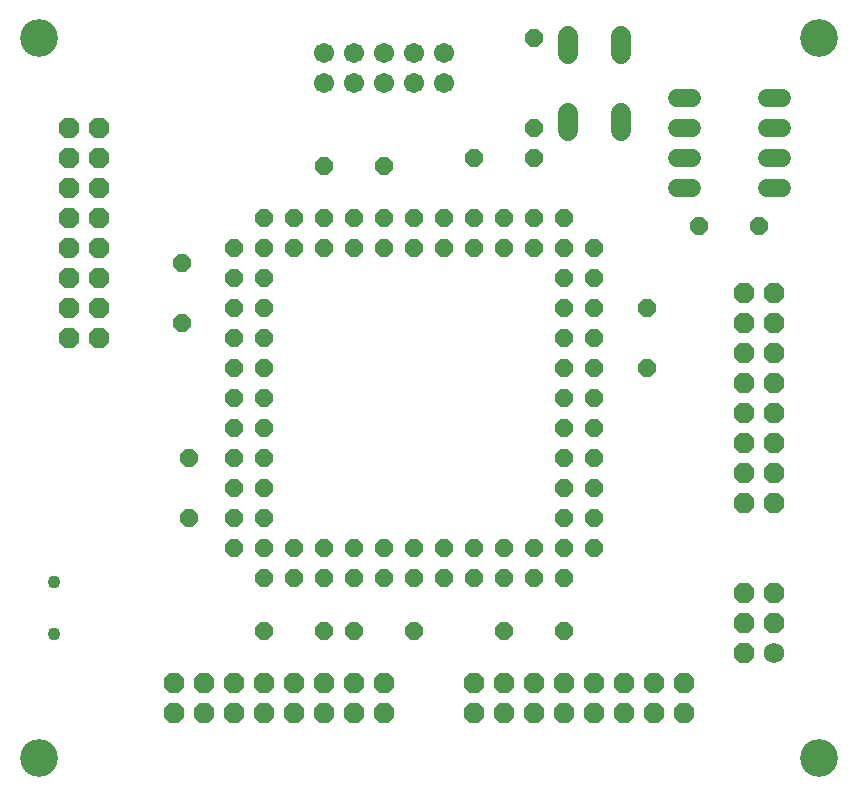
<source format=gbs>
G75*
G70*
%OFA0B0*%
%FSLAX24Y24*%
%IPPOS*%
%LPD*%
%AMOC8*
5,1,8,0,0,1.08239X$1,22.5*
%
%ADD10C,0.1261*%
%ADD11C,0.0674*%
%ADD12C,0.0600*%
%ADD13C,0.0680*%
%ADD14OC8,0.0600*%
%ADD15C,0.0434*%
%ADD16C,0.0680*%
%ADD17OC8,0.0680*%
D10*
X003680Y004680D03*
X003680Y028680D03*
X029680Y028680D03*
X029680Y004680D03*
D11*
X017180Y027180D03*
X017180Y028180D03*
X016180Y028180D03*
X016180Y027180D03*
X015180Y027180D03*
X015180Y028180D03*
X014180Y028180D03*
X014180Y027180D03*
X013180Y027180D03*
X013180Y028180D03*
D12*
X024920Y026680D02*
X025440Y026680D01*
X025440Y025680D02*
X024920Y025680D01*
X024920Y024680D02*
X025440Y024680D01*
X025440Y023680D02*
X024920Y023680D01*
X027920Y023680D02*
X028440Y023680D01*
X028440Y024680D02*
X027920Y024680D01*
X027920Y025680D02*
X028440Y025680D01*
X028440Y026680D02*
X027920Y026680D01*
D13*
X023070Y026200D02*
X023070Y025600D01*
X021290Y025600D02*
X021290Y026200D01*
X021290Y028160D02*
X021290Y028760D01*
X023070Y028760D02*
X023070Y028160D01*
D14*
X020180Y028680D03*
X020180Y025680D03*
X020180Y024680D03*
X020180Y022680D03*
X020180Y021680D03*
X019180Y021680D03*
X019180Y022680D03*
X018180Y022680D03*
X018180Y021680D03*
X017180Y021680D03*
X017180Y022680D03*
X016180Y022680D03*
X016180Y021680D03*
X015180Y021680D03*
X015180Y022680D03*
X014180Y022680D03*
X014180Y021680D03*
X013180Y021680D03*
X013180Y022680D03*
X012180Y022680D03*
X012180Y021680D03*
X011180Y021680D03*
X011180Y020680D03*
X011180Y019680D03*
X011180Y018680D03*
X011180Y017680D03*
X011180Y016680D03*
X011180Y015680D03*
X011180Y014680D03*
X011180Y013680D03*
X011180Y012680D03*
X011180Y011680D03*
X011180Y010680D03*
X012180Y010680D03*
X012180Y011680D03*
X013180Y011680D03*
X013180Y010680D03*
X014180Y010680D03*
X014180Y011680D03*
X015180Y011680D03*
X015180Y010680D03*
X016180Y010680D03*
X016180Y011680D03*
X017180Y011680D03*
X017180Y010680D03*
X018180Y010680D03*
X018180Y011680D03*
X019180Y011680D03*
X019180Y010680D03*
X020180Y010680D03*
X020180Y011680D03*
X021180Y011680D03*
X021180Y010680D03*
X022180Y011680D03*
X022180Y012680D03*
X022180Y013680D03*
X022180Y014680D03*
X022180Y015680D03*
X022180Y016680D03*
X022180Y017680D03*
X022180Y018680D03*
X022180Y019680D03*
X022180Y020680D03*
X022180Y021680D03*
X021180Y021680D03*
X021180Y020680D03*
X021180Y019680D03*
X021180Y018680D03*
X021180Y017680D03*
X021180Y016680D03*
X021180Y015680D03*
X021180Y014680D03*
X021180Y013680D03*
X021180Y012680D03*
X021180Y008930D03*
X019180Y008930D03*
X016180Y008930D03*
X014180Y008930D03*
X013180Y008930D03*
X011180Y008930D03*
X010180Y011680D03*
X010180Y012680D03*
X010180Y013680D03*
X010180Y014680D03*
X010180Y015680D03*
X010180Y016680D03*
X010180Y017680D03*
X010180Y018680D03*
X010180Y019680D03*
X010180Y020680D03*
X010180Y021680D03*
X011180Y022680D03*
X013180Y024430D03*
X015180Y024430D03*
X018180Y024680D03*
X021180Y022680D03*
X023930Y019680D03*
X023930Y017680D03*
X025680Y022430D03*
X027680Y022430D03*
X008680Y014680D03*
X008680Y012680D03*
X008430Y019180D03*
X008430Y021180D03*
D15*
X004180Y010546D03*
X004180Y008814D03*
D16*
X028180Y008180D03*
D17*
X028180Y009180D03*
X028180Y010180D03*
X027180Y010180D03*
X027180Y009180D03*
X027180Y008180D03*
X025180Y007180D03*
X025180Y006180D03*
X024180Y006180D03*
X024180Y007180D03*
X023180Y007180D03*
X023180Y006180D03*
X022180Y006180D03*
X022180Y007180D03*
X021180Y007180D03*
X021180Y006180D03*
X020180Y006180D03*
X020180Y007180D03*
X019180Y007180D03*
X019180Y006180D03*
X018180Y006180D03*
X018180Y007180D03*
X015180Y007180D03*
X015180Y006180D03*
X014180Y006180D03*
X014180Y007180D03*
X013180Y007180D03*
X013180Y006180D03*
X012180Y006180D03*
X012180Y007180D03*
X011180Y007180D03*
X011180Y006180D03*
X010180Y006180D03*
X010180Y007180D03*
X009180Y007180D03*
X009180Y006180D03*
X008180Y006180D03*
X008180Y007180D03*
X005680Y018680D03*
X005680Y019680D03*
X005680Y020680D03*
X005680Y021680D03*
X005680Y022680D03*
X005680Y023680D03*
X005680Y024680D03*
X005680Y025680D03*
X004680Y025680D03*
X004680Y024680D03*
X004680Y023680D03*
X004680Y022680D03*
X004680Y021680D03*
X004680Y020680D03*
X004680Y019680D03*
X004680Y018680D03*
X027180Y018180D03*
X027180Y017180D03*
X027180Y016180D03*
X027180Y015180D03*
X027180Y014180D03*
X027180Y013180D03*
X028180Y013180D03*
X028180Y014180D03*
X028180Y015180D03*
X028180Y016180D03*
X028180Y017180D03*
X028180Y018180D03*
X028180Y019180D03*
X028180Y020180D03*
X027180Y020180D03*
X027180Y019180D03*
M02*

</source>
